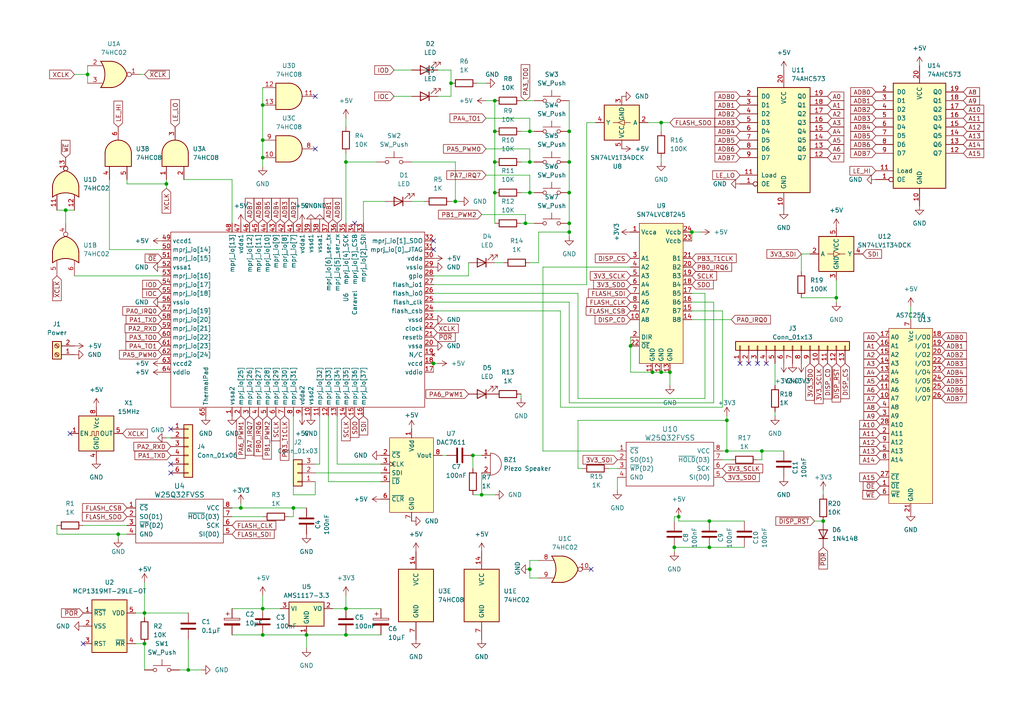
<source format=kicad_sch>
(kicad_sch (version 20231120) (generator "eeschema") (generator_version "8.0")
  (paper "A4")
  (junction (at 194.31 107.95))
  (junction (at 143.51 38.1))
  (junction (at 41.91 177.8))
  (junction (at 143.51 46.99))
  (junction (at 165.1 38.1))
  (junction (at 19.05 60.96))
  (junction (at 189.23 107.95))
  (junction (at 76.2 40.64))
  (junction (at 137.16 132.08))
  (junction (at 153.67 46.99))
  (junction (at 205.74 151.13))
  (junction (at 153.67 38.1))
  (junction (at 182.88 100.33))
  (junction (at 54.61 194.31))
  (junction (at 41.91 186.69))
  (junction (at 100.33 46.99))
  (junction (at 76.2 184.15))
  (junction (at 153.67 55.88))
  (junction (at 139.7 143.51))
  (junction (at 143.51 29.21))
  (junction (at 153.67 165.1))
  (junction (at 25.4 21.59))
  (junction (at 165.1 46.99))
  (junction (at 88.9 184.15))
  (junction (at 100.33 184.15))
  (junction (at 85.09 147.32))
  (junction (at 132.08 58.42))
  (junction (at 210.82 130.81))
  (junction (at 205.74 158.75))
  (junction (at 238.76 151.13))
  (junction (at 165.1 67.31))
  (junction (at 34.29 154.94))
  (junction (at 210.82 121.92))
  (junction (at 195.58 158.75))
  (junction (at 191.77 107.95))
  (junction (at 200.66 67.31))
  (junction (at 165.1 55.88))
  (junction (at 125.73 105.41))
  (junction (at 130.81 24.13))
  (junction (at 196.85 149.86))
  (junction (at 220.98 130.81))
  (junction (at 191.77 35.56))
  (junction (at 165.1 64.77))
  (junction (at 69.85 147.32))
  (junction (at 242.57 86.36))
  (junction (at 76.2 176.53))
  (junction (at 48.26 53.34))
  (junction (at 143.51 55.88))
  (junction (at 76.2 30.48))
  (junction (at 152.4 64.77))
  (junction (at 76.2 45.72))
  (junction (at 100.33 176.53))
  (no_connect (at 214.63 105.41))
  (no_connect (at 20.32 125.73))
  (no_connect (at 125.73 69.85))
  (no_connect (at 49.53 134.62))
  (no_connect (at 222.25 105.41))
  (no_connect (at 217.17 105.41))
  (no_connect (at 219.71 105.41))
  (no_connect (at 49.53 137.16))
  (no_connect (at 91.44 27.94))
  (no_connect (at 171.45 165.1))
  (no_connect (at 24.13 186.69))
  (no_connect (at 91.44 43.18))
  (no_connect (at 102.87 64.77))
  (no_connect (at 49.53 124.46))
  (no_connect (at 125.73 72.39))
  (wire (pts (xy 153.67 46.99) (xy 154.94 46.99)))
  (wire (pts (xy 88.9 184.15) (xy 100.33 184.15)))
  (wire (pts (xy 67.31 64.77) (xy 67.31 52.07)))
  (wire (pts (xy 76.2 45.72) (xy 76.2 48.26)))
  (wire (pts (xy 24.13 152.4) (xy 36.83 152.4)))
  (wire (pts (xy 16.51 60.96) (xy 19.05 60.96)))
  (wire (pts (xy 191.77 45.72) (xy 191.77 46.99)))
  (wire (pts (xy 111.76 58.42) (xy 105.41 58.42)))
  (wire (pts (xy 153.67 76.2) (xy 156.21 76.2)))
  (wire (pts (xy 140.97 43.18) (xy 153.67 43.18)))
  (wire (pts (xy 76.2 40.64) (xy 76.2 45.72)))
  (wire (pts (xy 48.26 127) (xy 49.53 127)))
  (wire (pts (xy 48.26 53.34) (xy 48.26 52.07)))
  (wire (pts (xy 41.91 168.91) (xy 41.91 177.8)))
  (wire (pts (xy 54.61 194.31) (xy 52.07 194.31)))
  (wire (pts (xy 100.33 172.72) (xy 100.33 176.53)))
  (wire (pts (xy 97.79 120.65) (xy 97.79 134.62)))
  (wire (pts (xy 125.73 90.17) (xy 162.56 90.17)))
  (wire (pts (xy 200.66 67.31) (xy 203.2 67.31)))
  (wire (pts (xy 132.08 58.42) (xy 133.35 58.42)))
  (wire (pts (xy 179.07 138.43) (xy 179.07 142.24)))
  (wire (pts (xy 41.91 179.07) (xy 41.91 177.8)))
  (wire (pts (xy 76.2 172.72) (xy 76.2 176.53)))
  (wire (pts (xy 194.31 35.56) (xy 191.77 35.56)))
  (wire (pts (xy 31.75 72.39) (xy 46.99 72.39)))
  (wire (pts (xy 182.88 97.79) (xy 182.88 100.33)))
  (wire (pts (xy 194.31 107.95) (xy 194.31 111.76)))
  (wire (pts (xy 85.09 120.65) (xy 85.09 143.51)))
  (wire (pts (xy 156.21 167.64) (xy 153.67 167.64)))
  (wire (pts (xy 151.13 64.77) (xy 152.4 64.77)))
  (wire (pts (xy 209.55 90.17) (xy 200.66 90.17)))
  (wire (pts (xy 219.71 133.35) (xy 220.98 133.35)))
  (wire (pts (xy 69.85 146.05) (xy 69.85 147.32)))
  (wire (pts (xy 139.7 137.16) (xy 139.7 143.51)))
  (wire (pts (xy 16.51 152.4) (xy 16.51 154.94)))
  (wire (pts (xy 242.57 86.36) (xy 242.57 81.28)))
  (wire (pts (xy 100.33 34.29) (xy 100.33 36.83)))
  (wire (pts (xy 132.08 46.99) (xy 132.08 58.42)))
  (wire (pts (xy 157.48 130.81) (xy 179.07 130.81)))
  (wire (pts (xy 165.1 87.63) (xy 165.1 116.84)))
  (wire (pts (xy 100.33 46.99) (xy 109.22 46.99)))
  (wire (pts (xy 100.33 176.53) (xy 110.49 176.53)))
  (wire (pts (xy 204.47 115.57) (xy 204.47 85.09)))
  (wire (pts (xy 224.79 119.38) (xy 224.79 120.65)))
  (wire (pts (xy 204.47 85.09) (xy 200.66 85.09)))
  (wire (pts (xy 151.13 46.99) (xy 153.67 46.99)))
  (wire (pts (xy 76.2 184.15) (xy 88.9 184.15)))
  (wire (pts (xy 54.61 185.42) (xy 54.61 194.31)))
  (wire (pts (xy 165.1 38.1) (xy 165.1 46.99)))
  (wire (pts (xy 95.25 120.65) (xy 95.25 139.7)))
  (wire (pts (xy 76.2 25.4) (xy 76.2 30.48)))
  (wire (pts (xy 128.27 132.08) (xy 129.54 132.08)))
  (wire (pts (xy 139.7 62.23) (xy 152.4 62.23)))
  (wire (pts (xy 48.26 54.61) (xy 48.26 53.34)))
  (wire (pts (xy 41.91 177.8) (xy 39.37 177.8)))
  (wire (pts (xy 153.67 43.18) (xy 153.67 46.99)))
  (wire (pts (xy 36.83 53.34) (xy 48.26 53.34)))
  (wire (pts (xy 85.09 143.51) (xy 91.44 143.51)))
  (wire (pts (xy 264.16 88.9) (xy 264.16 92.71)))
  (wire (pts (xy 220.98 133.35) (xy 220.98 130.81)))
  (wire (pts (xy 100.33 46.99) (xy 100.33 64.77)))
  (wire (pts (xy 210.82 130.81) (xy 210.82 121.92)))
  (wire (pts (xy 165.1 64.77) (xy 165.1 67.31)))
  (wire (pts (xy 41.91 186.69) (xy 41.91 194.31)))
  (wire (pts (xy 127 20.32) (xy 130.81 20.32)))
  (wire (pts (xy 215.9 151.13) (xy 205.74 151.13)))
  (wire (pts (xy 205.74 151.13) (xy 196.85 151.13)))
  (wire (pts (xy 220.98 130.81) (xy 227.33 130.81)))
  (wire (pts (xy 140.97 50.8) (xy 153.67 50.8)))
  (wire (pts (xy 25.4 21.59) (xy 25.4 24.13)))
  (wire (pts (xy 156.21 162.56) (xy 153.67 162.56)))
  (wire (pts (xy 151.13 55.88) (xy 153.67 55.88)))
  (wire (pts (xy 196.85 151.13) (xy 196.85 149.86)))
  (wire (pts (xy 207.01 87.63) (xy 200.66 87.63)))
  (wire (pts (xy 195.58 149.86) (xy 196.85 149.86)))
  (wire (pts (xy 135.89 80.01) (xy 125.73 80.01)))
  (wire (pts (xy 200.66 92.71) (xy 212.09 92.71)))
  (wire (pts (xy 105.41 58.42) (xy 105.41 64.77)))
  (wire (pts (xy 165.1 46.99) (xy 165.1 55.88)))
  (wire (pts (xy 34.29 156.21) (xy 34.29 154.94)))
  (wire (pts (xy 130.81 27.94) (xy 130.81 24.13)))
  (wire (pts (xy 232.41 86.36) (xy 242.57 86.36)))
  (wire (pts (xy 215.9 158.75) (xy 205.74 158.75)))
  (wire (pts (xy 153.67 38.1) (xy 154.94 38.1)))
  (wire (pts (xy 151.13 114.3) (xy 151.13 115.57)))
  (wire (pts (xy 165.1 29.21) (xy 165.1 38.1)))
  (wire (pts (xy 168.91 135.89) (xy 167.64 135.89)))
  (wire (pts (xy 137.16 132.08) (xy 139.7 132.08)))
  (wire (pts (xy 172.72 35.56) (xy 170.18 35.56)))
  (wire (pts (xy 182.88 107.95) (xy 189.23 107.95)))
  (wire (pts (xy 40.64 21.59) (xy 41.91 21.59)))
  (wire (pts (xy 140.97 34.29) (xy 153.67 34.29)))
  (wire (pts (xy 224.79 105.41) (xy 224.79 111.76)))
  (wire (pts (xy 137.16 132.08) (xy 137.16 135.89)))
  (wire (pts (xy 167.64 121.92) (xy 210.82 121.92)))
  (wire (pts (xy 119.38 58.42) (xy 123.19 58.42)))
  (wire (pts (xy 157.48 77.47) (xy 157.48 130.81)))
  (wire (pts (xy 36.83 52.07) (xy 36.83 53.34)))
  (wire (pts (xy 152.4 64.77) (xy 154.94 64.77)))
  (wire (pts (xy 182.88 100.33) (xy 182.88 107.95)))
  (wire (pts (xy 139.7 143.51) (xy 137.16 143.51)))
  (wire (pts (xy 67.31 149.86) (xy 76.2 149.86)))
  (wire (pts (xy 19.05 64.77) (xy 19.05 60.96)))
  (wire (pts (xy 195.58 151.13) (xy 195.58 149.86)))
  (wire (pts (xy 143.51 76.2) (xy 146.05 76.2)))
  (wire (pts (xy 153.67 50.8) (xy 153.67 55.88)))
  (wire (pts (xy 19.05 60.96) (xy 21.59 60.96)))
  (wire (pts (xy 83.82 149.86) (xy 85.09 149.86)))
  (wire (pts (xy 76.2 30.48) (xy 76.2 40.64)))
  (wire (pts (xy 162.56 90.17) (xy 162.56 118.11)))
  (wire (pts (xy 85.09 149.86) (xy 85.09 147.32)))
  (wire (pts (xy 127 27.94) (xy 130.81 27.94)))
  (wire (pts (xy 91.44 137.16) (xy 110.49 137.16)))
  (wire (pts (xy 153.67 162.56) (xy 153.67 165.1)))
  (wire (pts (xy 152.4 62.23) (xy 152.4 64.77)))
  (wire (pts (xy 76.2 176.53) (xy 81.28 176.53)))
  (wire (pts (xy 189.23 107.95) (xy 191.77 107.95)))
  (wire (pts (xy 143.51 29.21) (xy 140.97 29.21)))
  (wire (pts (xy 100.33 44.45) (xy 100.33 46.99)))
  (wire (pts (xy 88.9 184.15) (xy 88.9 187.96)))
  (wire (pts (xy 156.21 67.31) (xy 165.1 67.31)))
  (wire (pts (xy 100.33 184.15) (xy 110.49 184.15)))
  (wire (pts (xy 165.1 67.31) (xy 165.1 68.58)))
  (wire (pts (xy 39.37 186.69) (xy 41.91 186.69)))
  (wire (pts (xy 130.81 20.32) (xy 130.81 24.13)))
  (wire (pts (xy 139.7 143.51) (xy 143.51 143.51)))
  (wire (pts (xy 151.13 29.21) (xy 154.94 29.21)))
  (wire (pts (xy 191.77 35.56) (xy 191.77 38.1)))
  (wire (pts (xy 242.57 87.63) (xy 242.57 86.36)))
  (wire (pts (xy 238.76 142.24) (xy 238.76 143.51)))
  (wire (pts (xy 165.1 55.88) (xy 165.1 64.77)))
  (wire (pts (xy 21.59 80.01) (xy 46.99 80.01)))
  (wire (pts (xy 67.31 147.32) (xy 69.85 147.32)))
  (wire (pts (xy 91.44 143.51) (xy 91.44 139.7)))
  (wire (pts (xy 67.31 52.07) (xy 53.34 52.07)))
  (wire (pts (xy 232.41 78.74) (xy 232.41 73.66)))
  (wire (pts (xy 67.31 184.15) (xy 76.2 184.15)))
  (wire (pts (xy 200.66 69.85) (xy 200.66 67.31)))
  (wire (pts (xy 210.82 121.92) (xy 210.82 120.65)))
  (wire (pts (xy 119.38 46.99) (xy 132.08 46.99)))
  (wire (pts (xy 125.73 85.09) (xy 167.64 85.09)))
  (wire (pts (xy 151.13 38.1) (xy 153.67 38.1)))
  (wire (pts (xy 92.71 120.65) (xy 92.71 134.62)))
  (wire (pts (xy 114.3 20.32) (xy 119.38 20.32)))
  (wire (pts (xy 143.51 46.99) (xy 143.51 38.1)))
  (wire (pts (xy 205.74 158.75) (xy 195.58 158.75)))
  (wire (pts (xy 125.73 105.41) (xy 127 105.41)))
  (wire (pts (xy 153.67 55.88) (xy 154.94 55.88)))
  (wire (pts (xy 209.55 133.35) (xy 212.09 133.35)))
  (wire (pts (xy 162.56 118.11) (xy 209.55 118.11)))
  (wire (pts (xy 143.51 38.1) (xy 143.51 29.21)))
  (wire (pts (xy 143.51 55.88) (xy 143.51 46.99)))
  (wire (pts (xy 207.01 116.84) (xy 207.01 87.63)))
  (wire (pts (xy 16.51 154.94) (xy 34.29 154.94)))
  (wire (pts (xy 176.53 135.89) (xy 179.07 135.89)))
  (wire (pts (xy 191.77 35.56) (xy 187.96 35.56)))
  (wire (pts (xy 67.31 176.53) (xy 76.2 176.53)))
  (wire (pts (xy 41.91 177.8) (xy 54.61 177.8)))
  (wire (pts (xy 195.58 158.75) (xy 195.58 160.02)))
  (wire (pts (xy 130.81 58.42) (xy 132.08 58.42)))
  (wire (pts (xy 125.73 105.41) (xy 125.73 107.95)))
  (wire (pts (xy 170.18 82.55) (xy 125.73 82.55)))
  (wire (pts (xy 191.77 107.95) (xy 194.31 107.95)))
  (wire (pts (xy 209.55 118.11) (xy 209.55 90.17)))
  (wire (pts (xy 170.18 35.56) (xy 170.18 82.55)))
  (wire (pts (xy 69.85 147.32) (xy 85.09 147.32)))
  (wire (pts (xy 167.64 85.09) (xy 167.64 115.57)))
  (wire (pts (xy 165.1 116.84) (xy 207.01 116.84)))
  (wire (pts (xy 153.67 167.64) (xy 153.67 165.1)))
  (wire (pts (xy 92.71 134.62) (xy 91.44 134.62)))
  (wire (pts (xy 85.09 147.32) (xy 88.9 147.32)))
  (wire (pts (xy 167.64 135.89) (xy 167.64 121.92)))
  (wire (pts (xy 100.33 176.53) (xy 96.52 176.53)))
  (wire (pts (xy 97.79 134.62) (xy 110.49 134.62)))
  (wire (pts (xy 125.73 87.63) (xy 165.1 87.63)))
  (wire (pts (xy 135.89 76.2) (xy 135.89 80.01)))
  (wire (pts (xy 31.75 52.07) (xy 31.75 72.39)))
  (wire (pts (xy 236.22 151.13) (xy 238.76 151.13)))
  (wire (pts (xy 167.64 115.57) (xy 204.47 115.57)))
  (wire (pts (xy 54.61 194.31) (xy 58.42 194.31)))
  (wire (pts (xy 156.21 76.2) (xy 156.21 67.31)))
  (wire (pts (xy 209.55 130.81) (xy 210.82 130.81)))
  (wire (pts (xy 21.59 21.59) (xy 25.4 21.59)))
  (wire (pts (xy 25.4 21.59) (xy 25.4 19.05)))
  (wire (pts (xy 220.98 130.81) (xy 210.82 130.81)))
  (wire (pts (xy 114.3 27.94) (xy 119.38 27.94)))
  (wire (pts (xy 143.51 64.77) (xy 143.51 55.88)))
  (wire (pts (xy 232.41 73.66) (xy 234.95 73.66)))
  (wire (pts (xy 153.67 34.29) (xy 153.67 38.1)))
  (wire (pts (xy 95.25 139.7) (xy 110.49 139.7)))
  (wire (pts (xy 34.29 154.94) (xy 36.83 154.94)))
  (wire (pts (xy 138.43 24.13) (xy 140.97 24.13)))
  (wire (pts (xy 182.88 77.47) (xy 157.48 77.47)))
  (global_label "A12" (shape input) (at 255.27 128.27 180) (property "Intersheetrefs" "${INTERSHEET_REFS}" (effects (hide yes))))
  (global_label "ADB3" (shape input) (at 214.63 35.56 180) (property "Intersheetrefs" "${INTERSHEET_REFS}" (effects (hide yes))))
  (global_label "ADB7" (shape input) (at 273.05 115.57 0) (property "Intersheetrefs" "${INTERSHEET_REFS}" (effects (hide yes))))
  (global_label "PB0_IRQ6" (shape input) (at 200.66 77.47 0) (property "Intersheetrefs" "${INTERSHEET_REFS}" (effects (hide yes))))
  (global_label "DISP_CD" (shape input) (at 182.88 92.71 180) (property "Intersheetrefs" "${INTERSHEET_REFS}" (effects (hide yes))))
  (global_label "ADB3" (shape input) (at 82.55 64.77 90) (property "Intersheetrefs" "${INTERSHEET_REFS}" (effects (hide yes))))
  (global_label "SCLK" (shape input) (at 200.66 80.01 0) (property "Intersheetrefs" "${INTERSHEET_REFS}" (effects (hide yes))))
  (global_label "A10" (shape input) (at 279.4 31.75 0) (property "Intersheetrefs" "${INTERSHEET_REFS}" (effects (hide yes))))
  (global_label "~{OE}" (shape input) (at 255.27 140.97 180) (property "Intersheetrefs" "${INTERSHEET_REFS}" (effects (hide yes))))
  (global_label "ADB1" (shape input) (at 254 29.21 180) (property "Intersheetrefs" "${INTERSHEET_REFS}" (effects (hide yes))))
  (global_label "SCLK" (shape input) (at 80.01 120.65 270) (property "Intersheetrefs" "${INTERSHEET_REFS}" (effects (hide yes))))
  (global_label "A8" (shape input) (at 279.4 26.67 0) (property "Intersheetrefs" "${INTERSHEET_REFS}" (effects (hide yes))))
  (global_label "XCLK" (shape input) (at 21.59 21.59 180) (property "Intersheetrefs" "${INTERSHEET_REFS}" (effects (hide yes))))
  (global_label "ADB4" (shape input) (at 273.05 107.95 0) (property "Intersheetrefs" "${INTERSHEET_REFS}" (effects (hide yes))))
  (global_label "~{WE}" (shape input) (at 255.27 143.51 180) (property "Intersheetrefs" "${INTERSHEET_REFS}" (effects (hide yes))))
  (global_label "LE_HI" (shape input) (at 254 49.53 180) (property "Intersheetrefs" "${INTERSHEET_REFS}" (effects (hide yes))))
  (global_label "FLASH_SDO" (shape input) (at 36.83 149.86 180) (property "Intersheetrefs" "${INTERSHEET_REFS}" (effects (hide yes))))
  (global_label "A6" (shape input) (at 240.03 43.18 0) (property "Intersheetrefs" "${INTERSHEET_REFS}" (effects (hide yes))))
  (global_label "A15" (shape input) (at 255.27 138.43 180) (property "Intersheetrefs" "${INTERSHEET_REFS}" (effects (hide yes))))
  (global_label "PA7_IRQ7" (shape input) (at 72.39 120.65 270) (property "Intersheetrefs" "${INTERSHEET_REFS}" (effects (hide yes))))
  (global_label "IOD" (shape input) (at 46.99 82.55 180) (property "Intersheetrefs" "${INTERSHEET_REFS}" (effects (hide yes))))
  (global_label "A7" (shape input) (at 255.27 115.57 180) (property "Intersheetrefs" "${INTERSHEET_REFS}" (effects (hide yes))))
  (global_label "A2" (shape input) (at 255.27 102.87 180) (property "Intersheetrefs" "${INTERSHEET_REFS}" (effects (hide yes))))
  (global_label "3V3_SDO" (shape input) (at 182.88 82.55 180) (property "Intersheetrefs" "${INTERSHEET_REFS}" (effects (hide yes))))
  (global_label "ADB6" (shape input) (at 254 41.91 180) (property "Intersheetrefs" "${INTERSHEET_REFS}" (effects (hide yes))))
  (global_label "PB1_PWM2" (shape input) (at 77.47 120.65 270) (property "Intersheetrefs" "${INTERSHEET_REFS}" (effects (hide yes))))
  (global_label "A15" (shape input) (at 279.4 44.45 0) (property "Intersheetrefs" "${INTERSHEET_REFS}" (effects (hide yes))))
  (global_label "ADB6" (shape input) (at 273.05 113.03 0) (property "Intersheetrefs" "${INTERSHEET_REFS}" (effects (hide yes))))
  (global_label "A6" (shape input) (at 255.27 113.03 180) (property "Intersheetrefs" "${INTERSHEET_REFS}" (effects (hide yes))))
  (global_label "LE_LO" (shape input) (at 214.63 50.8 180) (property "Intersheetrefs" "${INTERSHEET_REFS}" (effects (hide yes))))
  (global_label "ADB0" (shape input) (at 254 26.67 180) (property "Intersheetrefs" "${INTERSHEET_REFS}" (effects (hide yes))))
  (global_label "A14" (shape input) (at 255.27 133.35 180) (property "Intersheetrefs" "${INTERSHEET_REFS}" (effects (hide yes))))
  (global_label "~{POR}" (shape input) (at 125.73 97.79 0) (property "Intersheetrefs" "${INTERSHEET_REFS}" (effects (hide yes))))
  (global_label "~{DISP_RST}" (shape input) (at 236.22 151.13 180) (property "Intersheetrefs" "${INTERSHEET_REFS}" (effects (hide yes))))
  (global_label "PA2_RXD" (shape input) (at 46.99 95.25 180) (property "Intersheetrefs" "${INTERSHEET_REFS}" (effects (hide yes))))
  (global_label "IOC" (shape input) (at 114.3 27.94 180) (property "Intersheetrefs" "${INTERSHEET_REFS}" (effects (hide yes))))
  (global_label "ADB7" (shape input) (at 214.63 45.72 180) (property "Intersheetrefs" "${INTERSHEET_REFS}" (effects (hide yes))))
  (global_label "A4" (shape input) (at 240.03 38.1 0) (property "Intersheetrefs" "${INTERSHEET_REFS}" (effects (hide yes))))
  (global_label "~{XCLK}" (shape input) (at 16.51 80.01 270) (property "Intersheetrefs" "${INTERSHEET_REFS}" (effects (hide yes))))
  (global_label "A3" (shape input) (at 255.27 105.41 180) (property "Intersheetrefs" "${INTERSHEET_REFS}" (effects (hide yes))))
  (global_label "SCLK" (shape input) (at 100.33 120.65 270) (property "Intersheetrefs" "${INTERSHEET_REFS}" (effects (hide yes))))
  (global_label "A3" (shape input) (at 240.03 35.56 0) (property "Intersheetrefs" "${INTERSHEET_REFS}" (effects (hide yes))))
  (global_label "ADB7" (shape input) (at 254 44.45 180) (property "Intersheetrefs" "${INTERSHEET_REFS}" (effects (hide yes))))
  (global_label "A5" (shape input) (at 240.03 40.64 0) (property "Intersheetrefs" "${INTERSHEET_REFS}" (effects (hide yes))))
  (global_label "DISP_CS" (shape input) (at 245.11 105.41 270) (property "Intersheetrefs" "${INTERSHEET_REFS}" (effects (hide yes))))
  (global_label "LE_LO" (shape input) (at 50.8 36.83 90) (property "Intersheetrefs" "${INTERSHEET_REFS}" (effects (hide yes))))
  (global_label "A0" (shape input) (at 255.27 97.79 180) (property "Intersheetrefs" "${INTERSHEET_REFS}" (effects (hide yes))))
  (global_label "IOD" (shape input) (at 114.3 20.32 180) (property "Intersheetrefs" "${INTERSHEET_REFS}" (effects (hide yes))))
  (global_label "SDI" (shape input) (at 105.41 120.65 270) (property "Intersheetrefs" "${INTERSHEET_REFS}" (effects (hide yes))))
  (global_label "A1" (shape input) (at 255.27 100.33 180) (property "Intersheetrefs" "${INTERSHEET_REFS}" (effects (hide yes))))
  (global_label "A11" (shape input) (at 279.4 34.29 0) (property "Intersheetrefs" "${INTERSHEET_REFS}" (effects (hide yes))))
  (global_label "PB1_PWM2" (shape input) (at 139.7 62.23 180) (property "Intersheetrefs" "${INTERSHEET_REFS}" (effects (hide yes))))
  (global_label "PA3_TO0" (shape input) (at 46.99 97.79 180) (property "Intersheetrefs" "${INTERSHEET_REFS}" (effects (hide yes))))
  (global_label "ADB0" (shape input) (at 97.79 64.77 90) (property "Intersheetrefs" "${INTERSHEET_REFS}" (effects (hide yes))))
  (global_label "A8" (shape input) (at 255.27 118.11 180) (property "Intersheetrefs" "${INTERSHEET_REFS}" (effects (hide yes))))
  (global_label "IOC" (shape input) (at 46.99 85.09 180) (property "Intersheetrefs" "${INTERSHEET_REFS}" (effects (hide yes))))
  (global_label "ADB5" (shape input) (at 77.47 64.77 90) (property "Intersheetrefs" "${INTERSHEET_REFS}" (effects (hide yes))))
  (global_label "3V3_SDO" (shape input) (at 209.55 138.43 0) (property "Intersheetrefs" "${INTERSHEET_REFS}" (effects (hide yes))))
  (global_label "FLASH_CSB" (shape input) (at 182.88 90.17 180) (property "Intersheetrefs" "${INTERSHEET_REFS}" (effects (hide yes))))
  (global_label "ADB5" (shape input) (at 273.05 110.49 0) (property "Intersheetrefs" "${INTERSHEET_REFS}" (effects (hide yes))))
  (global_label "A4" (shape input) (at 255.27 107.95 180) (property "Intersheetrefs" "${INTERSHEET_REFS}" (effects (hide yes))))
  (global_label "A5" (shape input) (at 255.27 110.49 180) (property "Intersheetrefs" "${INTERSHEET_REFS}" (effects (hide yes))))
  (global_label "ADB2" (shape input) (at 214.63 33.02 180) (property "Intersheetrefs" "${INTERSHEET_REFS}" (effects (hide yes))))
  (global_label "~{DISP_RST}" (shape input) (at 242.57 105.41 270) (property "Intersheetrefs" "${INTERSHEET_REFS}" (effects (hide yes))))
  (global_label "ADB7" (shape input) (at 72.39 64.77 90) (property "Intersheetrefs" "${INTERSHEET_REFS}" (effects (hide yes))))
  (global_label "PA6_PWM1" (shape input) (at 135.89 114.3 180) (property "Intersheetrefs" "${INTERSHEET_REFS}" (effects (hide yes))))
  (global_label "ADB2" (shape input) (at 85.09 64.77 90) (property "Intersheetrefs" "${INTERSHEET_REFS}" (effects (hide yes))))
  (global_label "PA6_PWM1" (shape input) (at 69.85 120.65 270) (property "Intersheetrefs" "${INTERSHEET_REFS}" (effects (hide yes))))
  (global_label "FLASH_SDO" (shape input) (at 194.31 35.56 0) (property "Intersheetrefs" "${INTERSHEET_REFS}" (effects (hide yes))))
  (global_label "ADB0" (shape input) (at 214.63 27.94 180) (property "Intersheetrefs" "${INTERSHEET_REFS}" (effects (hide yes))))
  (global_label "PA1_TXD" (shape input) (at 46.99 92.71 180) (property "Intersheetrefs" "${INTERSHEET_REFS}" (effects (hide yes))))
  (global_label "3V3_SDO" (shape input) (at 234.95 105.41 270) (property "Intersheetrefs" "${INTERSHEET_REFS}" (effects (hide yes))))
  (global_label "XCLK" (shape input) (at 48.26 54.61 270) (property "Intersheetrefs" "${INTERSHEET_REFS}" (effects (hide yes))))
  (global_label "A2" (shape input) (at 240.03 33.02 0) (property "Intersheetrefs" "${INTERSHEET_REFS}" (effects (hide yes))))
  (global_label "FLASH_CLK" (shape input) (at 67.31 152.4 0) (property "Intersheetrefs" "${INTERSHEET_REFS}" (effects (hide yes))))
  (global_label "PA7_IRQ7" (shape input) (at 140.97 50.8 180) (property "Intersheetrefs" "${INTERSHEET_REFS}" (effects (hide yes))))
  (global_label "3V3_SDI" (shape input) (at 232.41 73.66 180) (property "Intersheetrefs" "${INTERSHEET_REFS}" (effects (hide yes))))
  (global_label "ADB1" (shape input) (at 273.05 100.33 0) (property "Intersheetrefs" "${INTERSHEET_REFS}" (effects (hide yes))))
  (global_label "A0" (shape input) (at 240.03 27.94 0) (property "Intersheetrefs" "${INTERSHEET_REFS}" (effects (hide yes))))
  (global_label "XCLK" (shape input) (at 35.56 125.73 0) (property "Intersheetrefs" "${INTERSHEET_REFS}" (effects (hide yes))))
  (global_label "3V3_SCLK" (shape input) (at 182.88 80.01 180) (property "Intersheetrefs" "${INTERSHEET_REFS}" (effects (hide yes))))
  (global_label "LE_HI" (shape input) (at 34.29 36.83 90) (property "Intersheetrefs" "${INTERSHEET_REFS}" (effects (hide yes))))
  (global_label "A1" (shape input) (at 240.03 30.48 0) (property "Intersheetrefs" "${INTERSHEET_REFS}" (effects (hide yes))))
  (global_label "A13" (shape input) (at 255.27 130.81 180) (property "Intersheetrefs" "${INTERSHEET_REFS}" (effects (hide yes))))
  (global_label "PA4_TO1" (shape input) (at 46.99 100.33 180) (property "Intersheetrefs" "${INTERSHEET_REFS}" (effects (hide yes))))
  (global_label "FLASH_SDI" (shape input) (at 182.88 85.09 180) (property "Intersheetrefs" "${INTERSHEET_REFS}" (effects (hide yes))))
  (global_label "A12" (shape input) (at 279.4 36.83 0) (property "Intersheetrefs" "${INTERSHEET_REFS}" (effects (hide yes))))
  (global_label "PA3_TO0" (shape input) (at 152.4 29.21 90) (property "Intersheetrefs" "${INTERSHEET_REFS}" (effects (hide yes))))
  (global_label "PA2_RXD" (shape input) (at 49.53 129.54 180) (property "Intersheetrefs" "${INTERSHEET_REFS}" (effects (hide yes))))
  (global_label "ADB1" (shape input) (at 214.63 30.48 180) (property "Intersheetrefs" "${INTERSHEET_REFS}" (effects (hide yes))))
  (global_label "A10" (shape input) (at 255.27 123.19 180) (property "Intersheetrefs" "${INTERSHEET_REFS}" (effects (hide yes))))
  (global_label "ADB2" (shape input) (at 273.05 102.87 0) (property "Intersheetrefs" "${INTERSHEET_REFS}" (effects (hide yes))))
  (global_label "ADB4" (shape input) (at 254 36.83 180) (property "Intersheetrefs" "${INTERSHEET_REFS}" (effects (hide yes))))
  (global_label "SDI" (shape input) (at 250.19 73.66 0) (property "Intersheetrefs" "${INTERSHEET_REFS}" (effects (hide yes))))
  (global_label "ADB4" (shape input) (at 80.01 64.77 90) (property "Intersheetrefs" "${INTERSHEET_REFS}" (effects (hide yes))))
  (global_label "XCLK" (shape input) (at 125.73 95.25 0) (property "Intersheetrefs" "${INTERSHEET_REFS}" (effects (hide yes))))
  (global_label "A9" (shape input) (at 279.4 29.21 0) (property "Intersheetrefs" "${INTERSHEET_REFS}" (effects (hide yes))))
  (global_label "~{XCLK}" (shape input) (at 41.91 21.59 0) (property "Intersheetrefs" "${INTERSHEET_REFS}" (effects (hide yes))))
  (global_label "~{WE}" (shape input) (at 19.05 45.72 90) (property "Intersheetrefs" "${INTERSHEET_REFS}" (effects (hide yes))))
  (global_label "PB0_IRQ6" (shape input) (at 74.93 120.65 270) (property "Intersheetrefs" "${INTERSHEET_REFS}" (effects (hide yes))))
  (global_label "ADB6" (shape input) (at 214.63 43.18 180) (property "Intersheetrefs" "${INTERSHEET_REFS}" (effects (hide yes))))
  (global_label "3V3_SDI" (shape input) (at 179.07 133.35 180) (property "Intersheetrefs" "${INTERSHEET_REFS}" (effects (hide yes))))
  (global_label "3V3_SCLK" (shape input) (at 209.55 135.89 0) (property "Intersheetrefs" "${INTERSHEET_REFS}" (effects (hide yes))))
  (global_label "A11" (shape input) (at 255.27 125.73 180) (property "Intersheetrefs" "${INTERSHEET_REFS}" (effects (hide yes))))
  (global_label "A13" (shape input) (at 279.4 39.37 0) (property "Intersheetrefs" "${INTERSHEET_REFS}" (effects (hide yes))))
  (global_label "~{POR}" (shape input) (at 24.13 177.8 180) (property "Intersheetrefs" "${INTERSHEET_REFS}" (effects (hide yes))))
  (global_label "PA5_PWM0" (shape input) (at 46.99 102.87 180) (property "Intersheetrefs" "${INTERSHEET_REFS}" (effects (hide yes))))
  (global_label "FLASH_SDI" (shape input) (at 67.31 154.94 0) (property "Intersheetrefs" "${INTERSHEET_REFS}" (effects (hide yes))))
  (global_label "PA4_TO1" (shape input) (at 140.97 34.29 180) (property "Intersheetrefs" "${INTERSHEET_REFS}" (effects (hide yes))))
  (global_label "PB3_T1CLK" (shape input) (at 82.55 120.65 270) (property "Intersheetrefs" "${INTERSHEET_REFS}" (effects (hide yes))))
  (global_label "A7" (shape input) (at 240.03 45.72 0) (property "Intersheetrefs" "${INTERSHEET_REFS}" (effects (hide yes))))
  (global_label "PA0_IRQ0" (shape input) (at 46.99 90.17 180) (property "Intersheetrefs" "${INTERSHEET_REFS}" (effects (hide yes))))
  (global_label "FLASH_CSB" (shape input) (at 36.83 147.32 180) (property "Intersheetrefs" "${INTERSHEET_REFS}" (effects (hide yes))))
  (global_label "ADB0" (shape input) (at 273.05 97.79 0) (property "Intersheetrefs" "${INTERSHEET_REFS}" (effects (hide yes))))
  (global_label "PA5_PWM0" (shape input) (at 140.97 43.18 180) (property "Intersheetrefs" "${INTERSHEET_REFS}" (effects (hide yes))))
  (global_label "A14" (shape input) (at 279.4 41.91 0) (property "Intersheetrefs" "${INTERSHEET_REFS}" (effects (hide yes))))
  (global_label "ADB5" (shape input) (at 214.63 40.64 180) (property "Intersheetrefs" "${INTERSHEET_REFS}" (effects (hide yes))))
  (global_label "3V3_SCLK" (shape input) (at 237.49 105.41 270) (property "Intersheetrefs" "${INTERSHEET_REFS}" (effects (hide yes))))
  (global_label "ADB4" (shape input) (at 214.63 38.1 180) (property "Intersheetrefs" "${INTERSHEET_REFS}" (effects (hide yes))))
  (global_label "SDO" (shape input) (at 200.66 82.55 0) (property "Intersheetrefs" "${INTERSHEET_REFS}" (effects (hide yes))))
  (global_label "DISP_CD" (shape input) (at 240.03 105.41 270) (property "Intersheetrefs" "${INTERSHEET_REFS}" (effects (hide yes))))
  (global_label "PB3_T1CLK" (shape input) (at 200.66 74.93 0) (property "Intersheetrefs" "${INTERSHEET_REFS}" (effects (hide yes))))
  (global_label "~{OE}" (shape input) (at 46.99 74.93 180) (property "Intersheetrefs" "${INTERSHEET_REFS}" (effects (hide yes))))
  (global_label "ADB3" (shape input) (at 273.05 105.41 0) (property "Intersheetrefs" "${INTERSHEET_REFS}" (effects (hide yes))))
  (global_label "ADB1" (shape input) (at 95.25 64.77 90) (property "Intersheetrefs" "${INTERSHEET_REFS}" (effects (hide yes))))
  (global_label "A9" (shape input) (at 255.27 120.65 180) (property "Intersheetrefs" "${INTERSHEET_REFS}" (effects (hide yes))))
  (global_label "DISP_CS" (shape input) (at 182.88 74.93 180) (property "Intersheetrefs" "${INTERSHEET_REFS}" (effects (hide yes))))
  (global_label "~{POR}" (shape input) (at 238.76 158.75 270) (property "Intersheetrefs" "${INTERSHEET_REFS}" (effects (hide yes))))
  (global_label "ADB3" (shape input) (at 254 34.29 180) (property "Intersheetrefs" "${INTERSHEET_REFS}" (effects (hide yes))))
  (global_label "FLASH_CLK" (shape input) (at 182.88 87.63 180) (property "Intersheetrefs" "${INTERSHEET_REFS}" (effects (hide yes))))
  (global_label "PA0_IRQ0" (shape input) (at 212.09 92.71 0) (property "Intersheetrefs" "${INTERSHEET_REFS}" (effects (hide yes))))
  (global_label "SDO" (shape input) (at 102.87 120.65 270) (property "Intersheetrefs" "${INTERSHEET_REFS}" (effects (hide yes))))
  (global_label "ADB6" (shape input) (at 74.93 64.77 90) (property "Intersheetrefs" "${INTERSHEET_REFS}" (effects (hide yes))))
  (global_label "ADB5" (shape input) (at 254 39.37 180) (property "Intersheetrefs" "${INTERSHEET_REFS}" (effects (hide yes))))
  (global_label "PA1_TXD" (shape input) (at 49.53 132.08 180) (property "Intersheetrefs" "${INTERSHEET_REFS}" (effects (hide yes))))
  (global_label "ADB2" (shape input) (at 254 31.75 180) (property "Intersheetrefs" "${INTERSHEET_REFS}" (effects (hide yes))))
  (symbol (lib_id "Device:C_Polarized") (at 67.31 180.34 0) (unit 1)
    (property "Reference" "C2" (at 71.12 178.181 0) (effects (justify left)))
    (property "Value" "10µF" (at 71.12 180.721 0) (effects (justify left)))
    (property "Footprint" "Capacitor_THT:CP_Radial_D4.0mm_P2.00mm" (effects (hide yes)))
  )
  (symbol (lib_id "power:GND") (at 110.49 132.08 270) (unit 1)
    (property "Reference" "#PWR028" (effects (hide yes)))
    (property "Value" "GND" (at 106.68 132.0799 90) (effects (justify right)))
  )
  (symbol (lib_id "power:GND") (at 151.13 115.57 0) (unit 1)
    (property "Reference" "#PWR045" (effects (hide yes)))
    (property "Value" "GND" (at 151.13 120.65 0))
  )
  (symbol (lib_id "Device:C") (at 88.9 151.13 180) (unit 1)
    (property "Reference" "C4" (at 92.202 152.146 90))
    (property "Value" "100nF" (at 94.742 152.146 90))
    (property "Footprint" "Capacitor_SMD:C_0805_2012Metric" (effects (hide yes)))
  )
  (symbol (lib_id "power:+5V") (at 227.33 20.32 0) (unit 1)
    (property "Reference" "#PWR060" (effects (hide yes)))
    (property "Value" "+5V" (at 227.33 15.24 0))
  )
  (symbol (lib_id "74xx:74LS08") (at 83.82 27.94 0) (unit 4)
    (property "Reference" "U3" (at 83.8117 19.05 0))
    (property "Value" "74HC08" (at 83.8117 21.59 0))
    (property "Footprint" "Package_SO:SO-14_3.9x8.65mm_P1.27mm" (effects (hide yes)))
    (property "Datasheet" "http://www.ti.com/lit/gpn/sn74LS08" (effects (hide yes)))
    (property "Description" "Quad And2" (effects (hide yes)))
  )
  (symbol (lib_id "Switch:SW_Push") (at 160.02 55.88 0) (unit 1)
    (property "Reference" "SW6" (at 160.02 48.26 0))
    (property "Value" "SW_Push" (at 160.02 50.8 0))
    (property "Footprint" "Button_Switch_THT:SW_PUSH_6mm" (effects (hide yes)))
  )
  (symbol (lib_id "power:GND") (at 125.73 92.71 90) (unit 1)
    (property "Reference" "#PWR036" (effects (hide yes)))
    (property "Value" "GND" (at 129.54 92.7099 90) (effects (justify right)))
  )
  (symbol (lib_id "power:+5V") (at 76.2 172.72 0) (unit 1)
    (property "Reference" "#PWR018" (effects (hide yes)))
    (property "Value" "+5V" (at 76.2 167.64 0))
  )
  (symbol (lib_id "TholinsStuff:AS7C256A-10") (at 264.16 91.44 0) (unit 1)
    (property "Reference" "U13" (at 266.1159 92.71 0) (effects (justify left)))
    (property "Value" "AS7C256" (at 264.16 91.44 0))
    (property "Footprint" "Package_SO:TSOP-I-28_11.8x8mm_P0.55mm" (effects (hide yes)))
    (property "Datasheet" "https://www.mouser.de/datasheet/2/12/as7c256av.1.2-1288131.pdf" (effects (hide yes)))
  )
  (symbol (lib_id "Device:C") (at 54.61 181.61 180) (unit 1)
    (property "Reference" "C1" (at 58.42 180.34 0) (effects (justify right)))
    (property "Value" "0.1µF" (at 58.42 182.88 0) (effects (justify right)))
    (property "Footprint" "Capacitor_SMD:C_1206_3216Metric_Pad1.33x1.80mm_HandSolder" (effects (hide yes)))
  )
  (symbol (lib_id "power:+3V3") (at 232.41 105.41 180) (unit 1)
    (property "Reference" "#PWR065" (effects (hide yes)))
    (property "Value" "+3V3" (at 232.41 110.49 0))
  )
  (symbol (lib_id "power:+5V") (at 203.2 67.31 270) (unit 1)
    (property "Reference" "#PWR056" (effects (hide yes)))
    (property "Value" "+5V" (at 207.01 67.3099 90) (effects (justify left)))
  )
  (symbol (lib_id "power:+3V3") (at 210.82 120.65 0) (unit 1)
    (property "Reference" "#PWR057" (effects (hide yes)))
    (property "Value" "+3V3" (at 210.82 116.84 0))
  )
  (symbol (lib_id "power:+5V") (at 196.85 149.86 0) (unit 1)
    (property "Reference" "#PWR055" (effects (hide yes)))
    (property "Value" "+5V" (at 196.85 144.78 0))
  )
  (symbol (lib_id "Device:R") (at 147.32 55.88 270) (unit 1)
    (property "Reference" "R11" (at 147.32 49.53 90))
    (property "Value" "10K" (at 147.32 52.07 90))
    (property "Footprint" "Resistor_SMD:R_1206_3216Metric_Pad1.30x1.75mm_HandSolder" (effects (hide yes)))
  )
  (symbol (lib_id "caravel:MCP1319MT-29LE-OT") (at 31.75 181.61 0) (unit 1)
    (property "Reference" "U2" (at 31.75 168.91 0))
    (property "Value" "MCP1319MT-29LE-OT" (at 31.75 171.45 0))
    (property "Footprint" "Package_TO_SOT_SMD:SOT-23-5" (effects (hide yes)))
    (property "Datasheet" "https://ww1.microchip.com/downloads/en/DeviceDoc/MCP131X-2X-Voltage-Supervisor-DS20001985E.pdf" (effects (hide yes)))
  )
  (symbol (lib_id "74xx:74LS08") (at 50.8 44.45 90) (unit 1)
    (property "Reference" "U3" (at 55.88 43.1882 90) (effects (justify right)))
    (property "Value" "74HC08" (at 55.88 45.7282 90) (effects (justify right)))
    (property "Footprint" "Package_SO:SO-14_3.9x8.65mm_P1.27mm" (effects (hide yes)))
    (property "Datasheet" "http://www.ti.com/lit/gpn/sn74LS08" (effects (hide yes)))
    (property "Description" "Quad And2" (effects (hide yes)))
  )
  (symbol (lib_id "Device:C") (at 205.74 154.94 180) (unit 1)
    (property "Reference" "C9" (at 209.042 155.956 90))
    (property "Value" "100nF" (at 211.582 155.956 90))
    (property "Footprint" "Capacitor_SMD:C_0805_2012Metric" (effects (hide yes)))
  )
  (symbol (lib_id "Device:LED") (at 139.7 76.2 180) (unit 1)
    (property "Reference" "D4" (at 141.2875 68.58 0))
    (property "Value" "LED" (at 141.2875 71.12 0))
    (property "Footprint" "LED_SMD:LED_1206_3216Metric_Pad1.42x1.75mm_HandSolder" (effects (hide yes)))
  )
  (symbol (lib_id "power:GND") (at 46.99 87.63 270) (unit 1)
    (property "Reference" "#PWR010" (effects (hide yes)))
    (property "Value" "GND" (at 43.18 87.6299 90) (effects (justify right)))
  )
  (symbol (lib_id "power:GND") (at 90.17 64.77 180) (unit 1)
    (property "Reference" "#PWR023" (effects (hide yes)))
    (property "Value" "GND" (at 90.17 59.69 0))
  )
  (symbol (lib_id "power:GND") (at 67.31 120.65 0) (unit 1)
    (property "Reference" "#PWR015" (effects (hide yes)))
    (property "Value" "GND" (at 67.31 125.73 0))
  )
  (symbol (lib_id "74xx:74LS08") (at 34.29 44.45 90) (unit 2)
    (property "Reference" "U3" (at 39.37 43.1882 90) (effects (justify right)))
    (property "Value" "74HC08" (at 39.37 45.7282 90) (effects (justify right)))
    (property "Footprint" "Package_SO:SO-14_3.9x8.65mm_P1.27mm" (effects (hide yes)))
    (property "Datasheet" "http://www.ti.com/lit/gpn/sn74LS08" (effects (hide yes)))
    (property "Description" "Quad And2" (effects (hide yes)))
  )
  (symbol (lib_id "Regulator_Linear:AMS1117-3.3") (at 88.9 176.53 0) (unit 1)
    (property "Reference" "U5" (at 88.9 170.18 0))
    (property "Value" "AMS1117-3.3" (at 88.9 172.72 0))
    (property "Footprint" "Package_TO_SOT_SMD:SOT-223-3_TabPin2" (effects (hide yes)))
    (property "Datasheet" "http://www.advanced-monolithic.com/pdf/ds1117.pdf" (effects (hide yes)))
  )
  (symbol (lib_id "power:+3V3") (at 100.33 172.72 0) (unit 1)
    (property "Reference" "#PWR027" (effects (hide yes)))
    (property "Value" "+3V3" (at 100.33 167.64 0))
  )
  (symbol (lib_id "power:GND") (at 125.73 77.47 90) (unit 1)
    (property "Reference" "#PWR035" (effects (hide yes)))
    (property "Value" "GND" (at 129.54 77.4699 90) (effects (justify right)))
  )
  (symbol (lib_id "power:+5V") (at 180.34 43.18 270) (unit 1)
    (property "Reference" "#PWR050" (effects (hide yes)))
    (property "Value" "+5V" (at 184.15 43.18 90) (effects (justify left)))
  )
  (symbol (lib_id "power:+5V") (at 110.49 144.78 90) (unit 1)
    (property "Reference" "#PWR029" (effects (hide yes)))
    (property "Value" "+5V" (at 106.68 144.7799 90) (effects (justify left)))
  )
  (symbol (lib_id "power:+5V") (at 266.7 19.05 0) (unit 1)
    (property "Reference" "#PWR072" (effects (hide yes)))
    (property "Value" "+5V" (at 266.7 13.97 0))
  )
  (symbol (lib_id "caravel:W25Q32FVSS") (at 194.31 133.35 0) (unit 1)
    (property "Reference" "U10" (at 194.31 124.46 0) (effects (font (size 1.4986 1.4986))))
    (property "Value" "W25Q32FVSS" (at 194.31 127 0) (effects (font (size 1.4986 1.4986))))
    (property "Footprint" "Package_DIP:DIP-8_W7.62mm" (effects (hide yes)))
  )
  (symbol (lib_id "power:GND") (at 46.99 77.47 270) (unit 1)
    (property "Reference" "#PWR09" (effects (hide yes)))
    (property "Value" "GND" (at 43.18 77.4699 90) (effects (justify right)))
  )
  (symbol (lib_id "Device:R") (at 147.32 64.77 270) (unit 1)
    (property "Reference" "R12" (at 147.32 58.42 90))
    (property "Value" "10K" (at 147.32 60.96 90))
    (property "Footprint" "Resistor_SMD:R_1206_3216Metric_Pad1.30x1.75mm_HandSolder" (effects (hide yes)))
  )
  (symbol (lib_id "Device:C") (at 195.58 154.94 180) (unit 1)
    (property "Reference" "C8" (at 198.882 155.956 90))
    (property "Value" "100nF" (at 201.422 155.956 90))
    (property "Footprint" "Capacitor_SMD:C_0805_2012Metric" (effects (hide yes)))
  )
  (symbol (lib_id "power:GND") (at 153.67 165.1 270) (unit 1)
    (property "Reference" "#PWR046" (effects (hide yes)))
    (property "Value" "GND" (at 150.114 166.878 0) (effects (justify right)))
  )
  (symbol (lib_id "Device:R") (at 20.32 152.4 90) (unit 1)
    (property "Reference" "R1" (at 20.32 146.05 90))
    (property "Value" "1K" (at 20.32 148.59 90))
    (property "Footprint" "Resistor_SMD:R_1206_3216Metric_Pad1.30x1.75mm_HandSolder" (effects (hide yes)))
  )
  (symbol (lib_id "Connector_Generic:Conn_01x06") (at 54.61 129.54 0) (unit 1)
    (property "Reference" "J4" (at 57.15 129.54 0) (effects (justify left)))
    (property "Value" "Conn_01x06" (at 57.15 132.08 0) (effects (justify left)))
    (property "Footprint" "Connector_PinSocket_2.54mm:PinSocket_1x06_P2.54mm_Vertical" (effects (hide yes)))
  )
  (symbol (lib_id "power:GND") (at 90.17 120.65 0) (unit 1)
    (property "Reference" "#PWR024" (effects (hide yes)))
    (property "Value" "GND" (at 90.17 125.73 0))
  )
  (symbol (lib_id "TholinsStuff:SN74LVC8T245") (at 191.77 62.23 0) (unit 1)
    (property "Reference" "U9" (at 191.77 59.69 0))
    (property "Value" "SN74LVC8T245" (at 191.77 62.23 0))
    (property "Footprint" "Package_SO:TSSOP-24_4.4x7.8mm_P0.65mm" (effects (hide yes)))
    (property "Datasheet" "https://www.ti.com/lit/ds/symlink/sn74lvc8t245.pdf?ts=1688712309076&ref_url=https%253A%252F%252Fwww.ti.com%252Fproduct%252FSN74LVC8T245%253Futm_source%253Dgoogle%2526utm_medium%253Dcpc%2526utm_campaign%253Dasc-null-null-GPN_EN-cpc-pf-google-eu%2526utm_content%253DSN74LVC8T245%2526ds_k%253DSN74LVC8T245%2526DCM%253Dyes%2526gclid%253DEAIaIQobChMIwq6ytf_7_wIVkubmCh2w6QVzEAAYASAAEgK1UPD_BwE%2526gclsrc%253Daw.ds" (effects (hide yes)))
  )
  (symbol (lib_id "Device:D") (at 238.76 154.94 90) (unit 1)
    (property "Reference" "D6" (at 241.3 153.67 90) (effects (justify right)))
    (property "Value" "1N4148" (at 241.3 156.21 90) (effects (justify right)))
    (property "Footprint" "Diode_THT:D_DO-34_SOD68_P7.62mm_Horizontal" (effects (hide yes)))
    (property "Sim.Device" "D" (effects (hide yes)))
    (property "Sim.Pins" "1=K 2=A" (effects (hide yes)))
  )
  (symbol (lib_id "power:GND") (at 214.63 53.34 270) (unit 1)
    (property "Reference" "#PWR058" (effects (hide yes)))
    (property "Value" "GND" (at 210.82 53.3399 90) (effects (justify right)))
  )
  (symbol (lib_id "power:GND") (at 180.34 27.94 90) (unit 1)
    (property "Reference" "#PWR049" (effects (hide yes)))
    (property "Value" "GND" (at 184.15 27.94 90) (effects (justify right)))
  )
  (symbol (lib_id "power:GND") (at 88.9 154.94 0) (unit 1)
    (property "Reference" "#PWR021" (effects (hide yes)))
    (property "Value" "GND" (at 88.9 160.02 0))
  )
  (symbol (lib_id "power:+5V") (at 100.33 34.29 0) (unit 1)
    (property "Reference" "#PWR026" (effects (hide yes)))
    (property "Value" "+5V" (at 100.33 29.21 0))
  )
  (symbol (lib_id "Device:R") (at 149.86 76.2 90) (unit 1)
    (property "Reference" "R14" (at 149.86 69.85 90))
    (property "Value" "1K" (at 149.86 72.39 90))
    (property "Footprint" "Resistor_SMD:R_1206_3216Metric_Pad1.30x1.75mm_HandSolder" (effects (hide yes)))
  )
  (symbol (lib_id "Device:R") (at 215.9 133.35 90) (unit 1)
    (property "Reference" "R17" (at 215.9 127 90))
    (property "Value" "1K" (at 215.9 129.54 90))
    (property "Footprint" "Resistor_SMD:R_1206_3216Metric_Pad1.30x1.75mm_HandSolder" (effects (hide yes)))
  )
  (symbol (lib_id "power:+5V") (at 242.57 66.04 0) (unit 1)
    (property "Reference" "#PWR067" (effects (hide yes)))
    (property "Value" "+5V" (at 242.57 60.96 0))
  )
  (symbol (lib_id "power:+5V") (at 264.16 88.9 0) (unit 1)
    (property "Reference" "#PWR070" (effects (hide yes)))
    (property "Value" "+5V" (at 264.16 83.82 0))
  )
  (symbol (lib_id "power:GND") (at 191.77 46.99 0) (unit 1)
    (property "Reference" "#PWR052" (effects (hide yes)))
    (property "Value" "GND" (at 191.77 52.07 0))
  )
  (symbol (lib_id "power:GND") (at 120.65 185.42 0) (unit 1)
    (property "Reference" "#PWR033" (effects (hide yes)))
    (property "Value" "GND" (at 120.65 190.5 0))
  )
  (symbol (lib_id "power:+5V") (at 46.99 107.95 90) (unit 1)
    (property "Reference" "#PWR012" (effects (hide yes)))
    (property "Value" "+5V" (at 43.18 107.9499 90) (effects (justify left)))
  )
  (symbol (lib_id "power:GND") (at 24.13 181.61 270) (unit 1)
    (property "Reference" "#PWR03" (effects (hide yes)))
    (property "Value" "GND" (at 20.32 181.61 90) (effects (justify right)))
  )
  (symbol (lib_id "Device:R") (at 172.72 135.89 90) (unit 1)
    (property "Reference" "R15" (at 172.974 138.176 90))
    (property "Value" "1K" (at 172.974 140.716 90))
    (property "Footprint" "Resistor_SMD:R_1206_3216Metric_Pad1.30x1.75mm_HandSolder" (effects (hide yes)))
  )
  (symbol (lib_id "power:GND") (at 165.1 68.58 0) (unit 1)
    (property "Reference" "#PWR047" (effects (hide yes)))
    (property "Value" "GND" (at 165.1 73.66 0))
  )
  (symbol (lib_id "74xx:74HC02") (at 163.83 165.1 0) (unit 3)
    (property "Reference" "U1" (at 163.83 156.21 0))
    (property "Value" "74HC02" (at 163.83 158.75 0))
    (property "Footprint" "Package_SO:SO-14_3.9x8.65mm_P1.27mm" (effects (hide yes)))
    (property "Datasheet" "http://www.ti.com/lit/gpn/sn74hc02" (effects (hide yes)))
    (property "Description" "quad 2-input NOR gate" (effects (hide yes)))
  )
  (symbol (lib_id "Device:R") (at 147.32 114.3 90) (unit 1)
    (property "Reference" "R13" (at 147.32 107.95 90))
    (property "Value" "1K" (at 147.32 110.49 90))
    (property "Footprint" "Resistor_SMD:R_1206_3216Metric_Pad1.30x1.75mm_HandSolder" (effects (hide yes)))
  )
  (symbol (lib_id "74xx:74LS573") (at 266.7 39.37 0) (unit 1)
    (property "Reference" "U14" (at 268.8941 19.05 0) (effects (justify left)))
    (property "Value" "74AHC573" (at 268.8941 21.59 0) (effects (justify left)))
    (property "Footprint" "Package_SO:TSSOP-20_4.4x6.5mm_P0.65mm" (effects (hide yes)))
    (property "Datasheet" "74xx/74hc573.pdf" (effects (hide yes)))
  )
  (symbol (lib_id "74xx:74HC02") (at 19.05 53.34 90) (unit 4)
    (property "Reference" "U1" (at 24.13 52.0699 90) (effects (justify right)))
    (property "Value" "74HC02" (at 24.13 54.6099 90) (effects (justify right)))
    (property "Footprint" "Package_SO:SO-14_3.9x8.65mm_P1.27mm" (effects (hide yes)))
    (property "Datasheet" "http://www.ti.com/lit/gpn/sn74hc02" (effects (hide yes)))
    (property "Description" "quad 2-input NOR gate" (effects (hide yes)))
  )
  (symbol (lib_id "Device:R") (at 147.32 38.1 270) (unit 1)
    (property "Reference" "R9" (at 147.32 32.1501 90))
    (property "Value" "10K" (at 147.32 34.6901 90))
    (property "Footprint" "Resistor_SMD:R_1206_3216Metric_Pad1.30x1.75mm_HandSolder" (effects (hide yes)))
  )
  (symbol (lib_id "power:+5V") (at 87.63 64.77 0) (unit 1)
    (property "Reference" "#PWR019" (effects (hide yes)))
    (property "Value" "+5V" (at 87.63 59.69 0))
  )
  (symbol (lib_id "74xx:74HC02") (at 19.05 72.39 90) (unit 2)
    (property "Reference" "U1" (at 24.13 71.1199 90) (effects (justify right)))
    (property "Value" "74HC02" (at 24.13 73.6599 90) (effects (justify right)))
    (property "Footprint" "Package_SO:SO-14_3.9x8.65mm_P1.27mm" (effects (hide yes)))
    (property "Datasheet" "http://www.ti.com/lit/gpn/sn74hc02" (effects (hide yes)))
    (property "Description" "quad 2-input NOR gate" (effects (hide yes)))
  )
  (symbol (lib_id "74xx:74HC02") (at 139.7 172.72 0) (unit 5)
    (property "Reference" "U1" (at 146.05 171.4499 0) (effects (justify left)))
    (property "Value" "74HC02" (at 146.05 173.9899 0) (effects (justify left)))
    (property "Footprint" "Package_SO:SO-14_3.9x8.65mm_P1.27mm" (effects (hide yes)))
    (property "Datasheet" "http://www.ti.com/lit/gpn/sn74hc02" (effects (hide yes)))
    (property "Description" "quad 2-input NOR gate" (effects (hide yes)))
  )
  (symbol (lib_id "power:GND") (at 48.26 127 270) (unit 1)
    (property "Reference" "#PWR075" (effects (hide yes)))
    (property "Value" "GND" (at 47.752 124.714 90) (effects (justify right)))
  )
  (symbol (lib_id "power:GND") (at 179.07 142.24 0) (unit 1)
    (property "Reference" "#PWR048" (effects (hide yes)))
    (property "Value" "GND" (at 179.07 147.32 0))
  )
  (symbol (lib_id "Connector_Generic:Conn_01x13") (at 229.87 100.33 90) (unit 1)
    (property "Reference" "J3" (at 229.87 95.25 90))
    (property "Value" "Conn_01x13" (at 229.87 97.79 90))
    (property "Footprint" "Connector_PinHeader_2.54mm:PinHeader_1x13_P2.54mm_Vertical" (effects (hide yes)))
  )
  (symbol (lib_id "Device:R") (at 80.01 149.86 90) (unit 1)
    (property "Reference" "R3" (at 80.01 143.51 90))
    (property "Value" "1K" (at 80.01 146.05 90))
    (property "Footprint" "Resistor_SMD:R_1206_3216Metric_Pad1.30x1.75mm_HandSolder" (effects (hide yes)))
  )
  (symbol (lib_id "power:GND") (at 59.69 120.65 0) (unit 1)
    (property "Reference" "#PWR014" (effects (hide yes)))
    (property "Value" "GND" (at 59.69 125.73 0))
  )
  (symbol (lib_id "Device:C") (at 133.35 132.08 90) (unit 1)
    (property "Reference" "C7" (at 132.334 135.382 90))
    (property "Value" "100nF" (at 132.334 137.922 90))
    (property "Footprint" "Capacitor_SMD:C_0805_2012Metric" (effects (hide yes)))
  )
  (symbol (lib_id "Device:C") (at 227.33 134.62 180) (unit 1)
    (property "Reference" "C11" (at 230.632 135.636 90))
    (property "Value" "100nF" (at 233.172 135.636 90))
    (property "Footprint" "Capacitor_SMD:C_0805_2012Metric" (effects (hide yes)))
  )
  (symbol (lib_id "power:+5V") (at 27.94 118.11 0) (unit 1)
    (property "Reference" "#PWR04" (effects (hide yes)))
    (property "Value" "+5V" (at 27.94 113.03 0))
  )
  (symbol (lib_id "Device:C_Polarized") (at 110.49 180.34 0) (unit 1)
    (property "Reference" "C6" (at 112.522 182.372 0) (effects (justify left)))
    (property "Value" "10µF" (at 112.522 184.912 0) (effects (justify left)))
    (property "Footprint" "Capacitor_THT:CP_Radial_D4.0mm_P2.00mm" (effects (hide yes)))
  )
  (symbol (lib_id "Switch:SW_Push") (at 160.02 38.1 0) (unit 1)
    (property "Reference" "SW4" (at 160.02 30.48 0))
    (property "Value" "SW_Push" (at 160.02 33.02 0))
    (property "Footprint" "Button_Switch_THT:SW_PUSH_6mm" (effects (hide yes)))
  )
  (symbol (lib_id "Device:R") (at 147.32 46.99 270) (unit 1)
    (property "Reference" "R10" (at 147.32 40.64 90))
    (property "Value" "10K" (at 147.32 43.18 90))
    (property "Footprint" "Resistor_SMD:R_1206_3216Metric_Pad1.30x1.75mm_HandSolder" (effects (hide yes)))
  )
  (symbol (lib_id "Switch:SW_Push") (at 160.02 46.99 0) (unit 1)
    (property "Reference" "SW5" (at 160.02 39.37 0))
    (property "Value" "SW_Push" (at 160.02 41.91 0))
    (property "Footprint" "Button_Switch_THT:SW_PUSH_6mm" (effects (hide yes)))
  )
  (symbol (lib_id "power:GND") (at 195.58 160.02 0) (unit 1)
    (property "Reference" "#PWR054" (effects (hide yes)))
    (property "Value" "GND" (at 195.58 165.1 0))
  )
  (symbol (lib_id "power:GND") (at 34.29 156.21 0) (unit 1)
    (property "Reference" "#PWR06" (effects (hide yes)))
    (property "Value" "GND" (at 34.29 160.02 0))
  )
  (symbol (lib_id "power:+5V") (at 46.99 69.85 90) (unit 1)
    (property "Reference" "#PWR08" (effects (hide yes)))
    (property "Value" "+5V" (at 43.18 69.8499 90) (effects (justify left)))
  )
  (symbol (lib_id "Device:C") (at 215.9 154.94 180) (unit 1)
    (property "Reference" "C10" (at 219.202 155.956 90))
    (property "Value" "100nF" (at 221.742 155.956 90))
    (property "Footprint" "Capacitor_SMD:C_0805_2012Metric" (effects (hide yes)))
  )
  (symbol (lib_id "power:+5V") (at 69.85 64.77 0) (unit 1)
    (property "Reference" "#PWR016" (effects (hide yes)))
    (property "Value" "+5V" (at 69.85 59.69 0))
  )
  (symbol (lib_id "Logic_LevelTranslator:SN74LV1T34DCK") (at 242.57 73.66 0) (unit 1)
    (property "Reference" "U12" (at 256.54 68.58 0))
    (property "Value" "SN74LV1T34DCK" (at 256.54 71.12 0))
    (property "Footprint" "Package_TO_SOT_SMD:SOT-23-5" (effects (hide yes)))
    (property "Datasheet" "https://www.ti.com/lit/ds/symlink/sn74lv1t34.pdf" (effects (hide yes)))
  )
  (symbol (lib_id "74xx:74LS08") (at 120.65 172.72 0) (unit 5)
    (property "Reference" "U3" (at 127 171.4499 0) (effects (justify left)))
    (property "Value" "74HC08" (at 127 173.9899 0) (effects (justify left)))
    (property "Footprint" "Package_SO:SO-14_3.9x8.65mm_P1.27mm" (effects (hide yes)))
    (property "Datasheet" "http://www.ti.com/lit/gpn/sn74LS08" (effects (hide yes)))
    (property "Description" "Quad And2" (effects (hide yes)))
  )
  (symbol (lib_id "Logic_LevelTranslator:SN74LV1T34DCK") (at 180.34 35.56 180) (unit 1)
    (property "Reference" "U8" (at 179.07 48.26 0))
    (property "Value" "SN74LV1T34DCK" (at 179.07 45.72 0))
    (property "Footprint" "Package_TO_SOT_SMD:SOT-23-5" (effects (hide yes)))
    (property "Datasheet" "https://www.ti.com/lit/ds/symlink/sn74lv1t34.pdf" (effects (hide yes)))
  )
  (symbol (lib_id "power:GND") (at 92.71 64.77 180) (unit 1)
    (property "Reference" "#PWR025" (effects (hide yes)))
    (property "Value" "GND" (at 92.71 59.69 0))
  )
  (symbol (lib_id "power:GND") (at 227.33 60.96 0) (unit 1)
    (property "Reference" "#PWR061" (effects (hide yes)))
    (property "Value" "GND" (at 227.33 66.04 0))
  )
  (symbol (lib_id "Device:R") (at 238.76 147.32 0) (unit 1)
    (property "Reference" "R20" (at 240.03 146.05 0) (effects (justify left)))
    (property "Value" "10K" (at 240.03 148.59 0) (effects (justify left)))
    (property "Footprint" "Resistor_SMD:R_1206_3216Metric_Pad1.30x1.75mm_HandSolder" (effects (hide yes)))
  )
  (symbol (lib_id "power:GND") (at 242.57 87.63 0) (unit 1)
    (property "Reference" "#PWR068" (effects (hide yes)))
    (property "Value" "GND" (at 242.57 92.71 0))
  )
  (symbol (lib_id "power:+5V") (at 120.65 160.02 0) (unit 1)
    (property "Reference" "#PWR032" (effects (hide yes)))
    (property "Value" "+5V" (at 120.65 154.94 0))
  )
  (symbol (lib_id "74xx:74LS08") (at 83.82 43.18 0) (unit 3)
    (property "Reference" "U3" (at 83.8117 34.29 0))
    (property "Value" "74HC08" (at 83.8117 36.83 0))
    (property "Footprint" "Package_SO:SO-14_3.9x8.65mm_P1.27mm" (effects (hide yes)))
    (property "Datasheet" "http://www.ti.com/lit/gpn/sn74LS08" (effects (hide yes)))
    (property "Description" "Quad And2" (effects (hide yes)))
  )
  (symbol (lib_id "Connector_Generic:Conn_01x03") (at 86.36 137.16 180) (unit 1)
    (property "Reference" "J2" (at 86.36 128.27 0))
    (property "Value" "Conn_01x03" (at 86.36 130.81 0))
    (property "Footprint" "Connector_PinHeader_2.54mm:PinHeader_1x03_P2.54mm_Vertical" (effects (hide yes)))
    (property "Description" "Generic connector, single row, 01x03, script generated (kicad-library-utils/schlib/autogen/connector/)" (effects (hide yes)))
  )
  (symbol (lib_id "power:GND") (at 224.79 120.65 0) (unit 1)
    (property "Reference" "#PWR059" (effects (hide yes)))
    (property "Value" "GND" (at 224.79 125.73 0))
  )
  (symbol (lib_id "power:GND") (at 21.59 102.87 90) (unit 1)
    (property "Reference" "#PWR02" (effects (hide yes)))
    (property "Value" "GND" (at 25.4 102.8699 90) (effects (justify right)))
  )
  (symbol (lib_id "power:GND") (at 139.7 185.42 0) (unit 1)
    (property "Reference" "#PWR041" (effects (hide yes)))
    (property "Value" "GND" (at 139.7 190.5 0))
  )
  (symbol (lib_id "power:GND") (at 76.2 48.26 0) (unit 1)
    (property "Reference" "#PWR074" (effects (hide yes)))
    (property "Value" "GND" (at 76.2 53.34 0))
  )
  (symbol (lib_id "Device:R") (at 191.77 41.91 180) (unit 1)
    (property "Reference" "R16" (at 194.31 40.6399 0) (effects (justify right)))
    (property "Value" "100K" (at 194.31 43.1799 0) (effects (justify right)))
    (property "Footprint" "Resistor_SMD:R_1206_3216Metric_Pad1.30x1.75mm_HandSolder" (effects (hide yes)))
  )
  (symbol (lib_id "power:GND") (at 119.38 151.13 90) (unit 1)
    (property "Reference" "#PWR031" (effects (hide yes)))
    (property "Value" "GND" (at 123.19 151.1299 90) (effects (justify right)))
  )
  (symbol (lib_id "power:+5V") (at 127 105.41 270) (unit 1)
    (property "Reference" "#PWR038" (effects (hide yes)))
    (property "Value" "+5V" (at 130.81 105.4099 90) (effects (justify left)))
  )
  (symbol (lib_id "Device:R") (at 232.41 82.55 180) (unit 1)
    (property "Reference" "R19" (at 234.95 81.2799 0) (effects (justify right)))
    (property "Value" "100K" (at 234.95 83.8199 0) (effects (justify right)))
    (property "Footprint" "Resistor_SMD:R_1206_3216Metric_Pad1.30x1.75mm_HandSolder" (effects (hide yes)))
  )
  (symbol (lib_id "Device:LED") (at 123.19 27.94 180) (unit 1)
    (property "Reference" "D3" (at 124.7775 20.32 0))
    (property "Value" "LED" (at 124.7775 22.86 0))
    (property "Footprint" "LED_SMD:LED_1206_3216Metric_Pad1.42x1.75mm_HandSolder" (effects (hide yes)))
  )
  (symbol (lib_id "power:GND") (at 88.9 187.96 0) (unit 1)
    (property "Reference" "#PWR022" (effects (hide yes)))
    (property "Value" "GND" (at 88.9 193.04 0))
  )
  (symbol (lib_id "power:GND") (at 125.73 100.33 90) (unit 1)
    (property "Reference" "#PWR037" (effects (hide yes)))
    (property "Value" "GND" (at 129.54 100.3299 90) (effects (justify right)))
  )
  (symbol (lib_id "power:+5V") (at 41.91 168.91 0) (unit 1)
    (property "Reference" "#PWR07" (effects (hide yes)))
    (property "Value" "+5V" (at 41.91 165.1 0))
  )
  (symbol (lib_id "power:+5V") (at 119.38 124.46 0) (unit 1)
    (property "Reference" "#PWR030" (effects (hide yes)))
    (property "Value" "+5V" (at 119.38 120.396 0))
  )
  (symbol (lib_id "caravel:W25Q32FVSS") (at 52.07 149.86 0) (unit 1)
    (property "Reference" "U4" (at 52.07 140.97 0) (effects (font (size 1.4986 1.4986))))
    (property "Value" "W25Q32FVSS" (at 52.07 143.51 0) (effects (font (size 1.4986 1.4986))))
    (property "Footprint" "Package_DIP:DIP-8_W7.62mm" (effects (hide yes)))
  )
  (symbol (lib_id "power:GND") (at 140.97 24.13 90) (unit 1)
    (property "Reference" "#PWR042" (effects (hide yes)))
    (property "Value" "GND" (at 140.716 21.59 90) (effects (justify right)))
  )
  (symbol (lib_id "power:+3V3") (at 238.76 142.24 0) (unit 1)
    (property "Reference" "#PWR066" (effects (hide yes)))
    (property "Value" "+3V3" (at 238.76 138.43 0))
  )
  (symbol (lib_id "power:+5V") (at 139.7 160.02 0) (unit 1)
    (property "Reference" "#PWR040" (effects (hide yes)))
    (property "Value" "+5V" (at 139.7 154.94 0))
  )
  (symbol (lib_id "power:GND") (at 133.35 58.42 90) (unit 1)
    (property "Reference" "#PWR039" (effects (hide yes)))
    (property "Value" "GND" (at 137.16 58.4199 90) (effects (justify right)))
  )
  (symbol (lib_id "Device:C") (at 100.33 180.34 0) (unit 1)
    (property "Reference" "C5" (at 102.87 179.07 0) (effects (justify left)))
    (property "Value" "100nF" (at 102.87 181.61 0) (effects (justify left)))
    (property "Footprint" "Capacitor_SMD:C_1206_3216Metric_Pad1.33x1.80mm_HandSolder" (effects (hide yes)))
  )
  (symbol (lib_id "power:+3V3") (at 182.88 67.31 90) (unit 1)
    (property "Reference" "#PWR051" (effects (hide yes)))
    (property "Value" "+3V3" (at 178.816 67.31 0))
  )
  (symbol (lib_id "power:GND") (at 143.51 143.51 90) (unit 1)
    (property "Reference" "#PWR044" (effects (hide yes)))
    (property "Value" "GND" (at 147.32 143.5099 90) (effects (justify right)))
  )
  (symbol (lib_id "power:GND") (at 58.42 194.31 90) (unit 1)
    (property "Reference" "#PWR013" (effects (hide yes)))
    (property "Value" "GND" (at 62.23 194.3099 90) (effects (justify right)))
  )
  (symbol (lib_id "Oscillator:CXO_DIP8") (at 27.94 125.73 0) (unit 1)
    (property "Reference" "X1" (at 37.338 116.84 0))
    (property "Value" "15MHz" (at 37.338 119.38 0))
    (property "Footprint" "Oscillator:Oscillator_DIP-8" (effects (hide yes)))
    (property "Datasheet" "http://cdn-reichelt.de/documents/datenblatt/B400/OSZI.pdf" (effects (hide yes)))
  )
  (symbol (lib_id "power:+5V") (at 87.63 120.65 180) (unit 1)
    (property "Reference" "#PWR020" (effects (hide yes)))
    (property "Value" "+5V" (at 87.63 125.73 0))
  )
  (symbol (lib_id "power:+3V3") (at 227.33 105.41 180) (unit 1)
    (property "Reference" "#PWR062" (effects (hide yes)))
    (property "Value" "+3V3" (at 227.33 110.49 0))
  )
  (symbol (lib_id "Switch:SW_Push") (at 114.3 46.99 0) (unit 1)
    (property "Reference" "SW2" (at 114.3 39.37 0))
    (property "Value" "SW_Push" (at 114.3 41.91 0))
    (property "Footprint" "Button_Switch_THT:SW_PUSH_6mm" (effects (hide yes)))
  )
  (symbol (lib_id "Device:LED") (at 123.19 20.32 180) (unit 1)
    (property "Reference" "D2" (at 124.7775 12.7 0))
    (property "Value" "LED" (at 124.7775 15.24 0))
    (property "Footprint" "LED_SMD:LED_1206_3216Metric_Pad1.42x1.75mm_HandSolder" (effects (hide yes)))
  )
  (symbol (lib_id "Device:LED") (at 139.7 114.3 180) (unit 1)
    (property "Reference" "D5" (at 141.2875 106.68 0))
    (property "Value" "LED" (at 141.2875 109.22 0))
    (property "Footprint" "LED_SMD:LED_1206_3216Metric_Pad1.42x1.75mm_HandSolder" (effects (hide yes)))
  )
  (symbol (lib_id "74xx:74HC02") (at 33.02 21.59 0) (unit 1)
    (property "Reference" "U1" (at 33.02 12.7 0))
    (property "Value" "74HC02" (at 33.02 15.24 0))
    (property "Footprint" "Package_SO:SO-14_3.9x8.65mm_P1.27mm" (effects (hide yes)))
    (property "Datasheet" "http://www.ti.com/lit/gpn/sn74hc02" (effects (hide yes)))
    (property "Description" "quad 2-input NOR gate" (effects (hide yes)))
  )
  (symbol (lib_id "Device:R") (at 224.79 115.57 0) (unit 1)
    (property "Reference" "R18" (at 226.06 114.3 0) (effects (justify left)))
    (property "Value" "1K" (at 226.06 116.84 0) (effects (justify left)))
    (property "Footprint" "Resistor_SMD:R_1206_3216Metric_Pad1.30x1.75mm_HandSolder" (effects (hide yes)))
  )
  (symbol (lib_id "Connector:Screw_Terminal_01x02") (at 16.51 102.87 180) (unit 1)
    (property "Reference" "J1" (at 16.51 93.98 0))
    (property "Value" "Power" (at 16.51 96.52 0))
    (property "Footprint" "TerminalBlock:TerminalBlock_bornier-2_P5.08mm" (effects (hide yes)))
    (property "Description" "Generic screw terminal, single row, 01x02, script generated (kicad-library-utils/schlib/autogen/connector/)" (effects (hide yes)))
  )
  (symbol (lib_id "Device:R") (at 147.32 29.21 270) (unit 1)
    (property "Reference" "R8" (at 147.32 22.86 90))
    (property "Value" "10K" (at 147.32 25.4 90))
    (property "Footprint" "Resistor_SMD:R_1206_3216Metric_Pad1.30x1.75mm_HandSolder" (effects (hide yes)))
  )
  (symbol (lib_id "power:GND") (at 27.94 133.35 0) (unit 1)
    (property "Reference" "#PWR05" (effects (hide yes)))
    (property "Value" "GND" (at 27.94 138.43 0))
  )
  (symbol (lib_id "power:GND") (at 254 52.07 270) (unit 1)
    (property "Reference" "#PWR069" (effects (hide yes)))
    (property "Value" "GND" (at 250.19 52.0699 90) (effects (justify right)))
  )
  (symbol (lib_id "power:GND") (at 264.16 148.59 0) (unit 1)
    (property "Reference" "#PWR071" (effects (hide yes)))
    (property "Value" "GND" (at 264.16 153.67 0))
  )
  (symbol (lib_id "Device:R") (at 137.16 139.7 180) (unit 1)
    (property "Reference" "R7" (at 139.7 138.4299 0) (effects (justify right)))
    (property "Value" "1K" (at 139.7 140.9699 0) (effects (justify right)))
    (property "Footprint" "Resistor_SMD:R_1206_3216Metric_Pad1.30x1.75mm_HandSolder" (effects (hide yes)))
  )
  (symbol (lib_id "TholinsStuff:DAC7611") (at 119.38 124.46 0) (unit 1)
    (property "Reference" "U7" (at 130.81 125.7614 0))
    (property "Value" "DAC7611" (at 130.81 128.3014 0))
    (property "Footprint" "Package_SO:SOIC-8_3.9x4.9mm_P1.27mm" (effects (hide yes)))
    (property "Datasheet" "https://files.tholin.dev/Public/Datasheets/AnalogDevices/dac7611.pdf" (effects (hide yes)))
  )
  (symbol (lib_id "Device:R") (at 127 58.42 90) (unit 1)
    (property "Reference" "R5" (at 127 52.07 90))
    (property "Value" "1K" (at 127 54.61 90))
    (property "Footprint" "Resistor_SMD:R_1206_3216Metric_Pad1.30x1.75mm_HandSolder" (effects (hide yes)))
  )
  (symbol (lib_id "Device:R") (at 134.62 24.13 90) (unit 1)
    (property "Reference" "R6" (at 134.62 17.78 90))
    (property "Value" "1K" (at 134.62 20.32 90))
    (property "Footprint" "Resistor_SMD:R_1206_3216Metric_Pad1.30x1.75mm_HandSolder" (effects (hide yes)))
  )
  (symbol (lib_id "power:+5V") (at 125.73 74.93 270) (unit 1)
    (property "Reference" "#PWR034" (effects (hide yes)))
    (property "Value" "+5V" (at 129.54 74.9299 90) (effects (justify left)))
  )
  (symbol (lib_id "power:GND") (at 194.31 111.76 0) (unit 1)
    (property "Reference" "#PWR053" (effects (hide yes)))
    (property "Value" "GND" (at 194.31 116.84 0))
  )
  (symbol (lib_id "Device:R") (at 100.33 40.64 180) (unit 1)
    (property "Reference" "R4" (at 102.87 39.3699 0) (effects (justify right)))
    (property "Value" "10K" (at 102.87 41.9099 0) (effects (justify right)))
    (property "Footprint" "Resistor_SMD:R_1206_3216Metric_Pad1.30x1.75mm_HandSolder" (effects (hide yes)))
  )
  (symbol (lib_id "power:+3V3") (at 69.85 146.05 0) (unit 1)
    (property "Reference" "#PWR017" (effects (hide yes)))
    (property "Value" "+3V3" (at 69.85 142.24 0))
  )
  (symbol (lib_id "Caravel_board:Caravel") (at 90.17 91.44 90) (unit 1)
    (property "Reference" "U6" (at 100.33 87.63 0) (effects (justify left)))
    (property "Value" "Caravel" (at 102.87 91.44 0) (effects (justify left)))
    (property "Footprint" "Package_DFN_QFN:QFN-64-1EP_9x9mm_P0.5mm_EP7.65x7.65mm" (effects (hide yes)))
  )
  (symbol (lib_id "Device:LED") (at 115.57 58.42 180) (unit 1)
    (property "Reference" "D1" (at 117.1575 50.8 0))
    (property "Value" "LED" (at 117.1575 53.34 0))
    (property "Footprint" "LED_SMD:LED_1206_3216Metric_Pad1.42x1.75mm_HandSolder" (effects (hide yes)))
  )
  (symbol (lib_id "Device:C") (at 76.2 180.34 0) (unit 1)
    (property "Reference" "C3" (at 80.01 179.07 0) (effects (justify left)))
    (property "Value" "100nF" (at 80.01 181.61 0) (effects (justify left)))
    (property "Footprint" "Capacitor_SMD:C_1206_3216Metric_Pad1.33x1.80mm_HandSolder" (effects (hide yes)))
  )
  (symbol (lib_id "74xx:74LS573") (at 227.33 40.64 0) (unit 1)
    (property "Reference" "U11" (at 229.5241 20.32 0) (effects (justify left)))
    (property "Value" "74AHC573" (at 229.5241 22.86 0) (effects (justify left)))
    (property "Footprint" "Package_SO:TSSOP-20_4.4x6.5mm_P0.65mm" (effects (hide yes)))
    (property "Datasheet" "74xx/74hc573.pdf" (effects (hide yes)))
  )
  (symbol (lib_id "power:GND") (at 227.33 138.43 0) (unit 1)
    (property "Reference" "#PWR063" (effects (hide yes)))
    (property "Value" "GND" (at 227.33 143.51 0))
  )
  (symbol (lib_id "power:+5V") (at 21.59 100.33 270) (unit 1)
    (property "Reference" "#PWR01" (effects (hide yes)))
    (property "Value" "+5V" (at 25.4 100.3299 90) (effects (justify left)))
  )
  (symbol (lib_id "Switch:SW_Push") (at 160.02 64.77 0) (unit 1)
    (property "Reference" "SW7" (at 160.02 57.15 0))
    (property "Value" "SW_Push" (at 160.02 59.69 0))
    (property "Footprint" "Button_Switch_THT:SW_PUSH_6mm" (effects (hide yes)))
  )
  (symbol (lib_id "Device:Buzzer") (at 142.24 134.62 0) (unit 1)
    (property "Reference" "BZ1" (at 146.05 133.3499 0) (effects (justify left)))
    (property "Value" "Piezo Speaker" (at 146.05 135.8899 0) (effects (justify left)))
    (property "Footprint" "Buzzer_Beeper:Buzzer_12x9.5RM7.6" (effects (hide yes)))
  )
  (symbol (lib_id "power:+5V") (at 140.97 29.21 90) (unit 1)
    (property "Reference" "#PWR043" (effects (hide yes)))
    (property "Value" "+5V" (at 137.16 29.2099 90) (effects (justify left)))
  )
  (symbol (lib_id "Switch:SW_Push") (at 160.02 29.21 0) (unit 1)
    (property "Reference" "SW3" (at 160.02 21.59 0))
    (property "Value" "SW_Push" (at 160.02 24.13 0))
    (property "Footprint" "Button_Switch_THT:SW_PUSH_6mm" (effects (hide yes)))
  )
  (symbol (lib_id "power:GND") (at 229.87 105.41 0) (unit 1)
    (property "Reference" "#PWR064" (effects (hide yes)))
    (property "Value" "GND" (at 229.87 110.49 0))
  )
  (symbol (lib_id "power:GND") (at 266.7 59.69 0) (unit 1)
    (property "Reference" "#PWR073" (effects (hide yes)))
    (property "Value" "GND" (at 266.7 64.77 0))
  )
  (symbol (lib_id "Switch:SW_Push") (at 46.99 194.31 0) (unit 1)
    (property "Reference" "SW1" (at 46.99 186.69 0))
    (property "Value" "SW_Push" (at 46.99 189.23 0))
    (property "Footprint" "Button_Switch_THT:SW_PUSH_6mm" (effects (hide yes)))
  )
  (symbol (lib_id "power:+5V") (at 46.99 105.41 90) (unit 1)
    (property "Reference" "#PWR011" (effects (hide yes)))
    (property "Value" "+5V" (at 43.18 105.4099 90) (effects (justify left)))
  )
  (symbol (lib_id "Device:R") (at 41.91 182.88 180) (unit 1)
    (property "Reference" "R2" (at 44.45 181.61 0) (effects (justify right)))
    (property "Value" "10K" (at 44.45 184.15 0) (effects (justify right)))
    (property "Footprint" "Resistor_SMD:R_1206_3216Metric_Pad1.30x1.75mm_HandSolder" (effects (hide yes)))
  )
)
</source>
